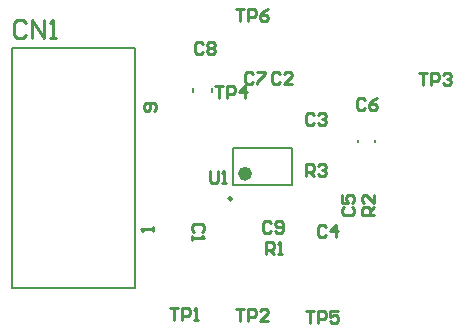
<source format=gto>
G04 Layer_Color=65535*
%FSLAX25Y25*%
%MOIN*%
G70*
G01*
G75*
%ADD17C,0.01000*%
%ADD24C,0.02362*%
%ADD25C,0.00984*%
%ADD26C,0.00787*%
D17*
X185000Y188999D02*
Y185667D01*
X185667Y185000D01*
X186999D01*
X187666Y185667D01*
Y188999D01*
X188999Y185000D02*
X190332D01*
X189665D01*
Y188999D01*
X188999Y188332D01*
X193600Y243099D02*
X196266D01*
X194933D01*
Y239100D01*
X197599D02*
Y243099D01*
X199598D01*
X200265Y242432D01*
Y241099D01*
X199598Y240433D01*
X197599D01*
X204263Y243099D02*
X202930Y242432D01*
X201597Y241099D01*
Y239766D01*
X202264Y239100D01*
X203597D01*
X204263Y239766D01*
Y240433D01*
X203597Y241099D01*
X201597D01*
X217000Y142499D02*
X219666D01*
X218333D01*
Y138500D01*
X220999D02*
Y142499D01*
X222998D01*
X223664Y141832D01*
Y140499D01*
X222998Y139833D01*
X220999D01*
X227663Y142499D02*
X224997D01*
Y140499D01*
X226330Y141166D01*
X226997D01*
X227663Y140499D01*
Y139166D01*
X226997Y138500D01*
X225664D01*
X224997Y139166D01*
X186500Y217499D02*
X189166D01*
X187833D01*
Y213500D01*
X190499D02*
Y217499D01*
X192498D01*
X193165Y216832D01*
Y215499D01*
X192498Y214833D01*
X190499D01*
X196497Y213500D02*
Y217499D01*
X194497Y215499D01*
X197163D01*
X254700Y221599D02*
X257366D01*
X256033D01*
Y217600D01*
X258699D02*
Y221599D01*
X260698D01*
X261365Y220932D01*
Y219599D01*
X260698Y218933D01*
X258699D01*
X262697Y220932D02*
X263364Y221599D01*
X264697D01*
X265363Y220932D01*
Y220266D01*
X264697Y219599D01*
X264030D01*
X264697D01*
X265363Y218933D01*
Y218266D01*
X264697Y217600D01*
X263364D01*
X262697Y218266D01*
X193500Y142999D02*
X196166D01*
X194833D01*
Y139000D01*
X197499D02*
Y142999D01*
X199498D01*
X200165Y142332D01*
Y140999D01*
X199498Y140333D01*
X197499D01*
X204163Y139000D02*
X201497D01*
X204163Y141666D01*
Y142332D01*
X203497Y142999D01*
X202164D01*
X201497Y142332D01*
X171500Y143499D02*
X174166D01*
X172833D01*
Y139500D01*
X175499D02*
Y143499D01*
X177498D01*
X178165Y142832D01*
Y141499D01*
X177498Y140833D01*
X175499D01*
X179497Y139500D02*
X180830D01*
X180164D01*
Y143499D01*
X179497Y142832D01*
X217000Y187500D02*
Y191499D01*
X218999D01*
X219666Y190832D01*
Y189499D01*
X218999Y188833D01*
X217000D01*
X218333D02*
X219666Y187500D01*
X220999Y190832D02*
X221665Y191499D01*
X222998D01*
X223664Y190832D01*
Y190166D01*
X222998Y189499D01*
X222332D01*
X222998D01*
X223664Y188833D01*
Y188166D01*
X222998Y187500D01*
X221665D01*
X220999Y188166D01*
X203500Y161500D02*
Y165499D01*
X205499D01*
X206166Y164832D01*
Y163499D01*
X205499Y162833D01*
X203500D01*
X204833D02*
X206166Y161500D01*
X207499D02*
X208832D01*
X208165D01*
Y165499D01*
X207499Y164832D01*
X205166Y171832D02*
X204499Y172499D01*
X203167D01*
X202500Y171832D01*
Y169167D01*
X203167Y168500D01*
X204499D01*
X205166Y169167D01*
X206499D02*
X207165Y168500D01*
X208498D01*
X209165Y169167D01*
Y171832D01*
X208498Y172499D01*
X207165D01*
X206499Y171832D01*
Y171166D01*
X207165Y170499D01*
X209165D01*
X182666Y231332D02*
X181999Y231999D01*
X180666D01*
X180000Y231332D01*
Y228666D01*
X180666Y228000D01*
X181999D01*
X182666Y228666D01*
X183999Y231332D02*
X184665Y231999D01*
X185998D01*
X186664Y231332D01*
Y230666D01*
X185998Y229999D01*
X186664Y229333D01*
Y228666D01*
X185998Y228000D01*
X184665D01*
X183999Y228666D01*
Y229333D01*
X184665Y229999D01*
X183999Y230666D01*
Y231332D01*
X184665Y229999D02*
X185998D01*
X199166Y221332D02*
X198499Y221999D01*
X197167D01*
X196500Y221332D01*
Y218666D01*
X197167Y218000D01*
X198499D01*
X199166Y218666D01*
X200499Y221999D02*
X203165D01*
Y221332D01*
X200499Y218666D01*
Y218000D01*
X236666Y212832D02*
X235999Y213499D01*
X234666D01*
X234000Y212832D01*
Y210166D01*
X234666Y209500D01*
X235999D01*
X236666Y210166D01*
X240665Y213499D02*
X239332Y212832D01*
X237999Y211499D01*
Y210166D01*
X238665Y209500D01*
X239998D01*
X240665Y210166D01*
Y210833D01*
X239998Y211499D01*
X237999D01*
X229668Y177166D02*
X229001Y176499D01*
Y175166D01*
X229668Y174500D01*
X232334D01*
X233000Y175166D01*
Y176499D01*
X232334Y177166D01*
X229001Y181165D02*
Y178499D01*
X231001D01*
X230334Y179832D01*
Y180498D01*
X231001Y181165D01*
X232334D01*
X233000Y180498D01*
Y179165D01*
X232334Y178499D01*
X223666Y170332D02*
X222999Y170999D01*
X221666D01*
X221000Y170332D01*
Y167666D01*
X221666Y167000D01*
X222999D01*
X223666Y167666D01*
X226998Y167000D02*
Y170999D01*
X224999Y168999D01*
X227664D01*
X219666Y207832D02*
X218999Y208499D01*
X217666D01*
X217000Y207832D01*
Y205166D01*
X217666Y204500D01*
X218999D01*
X219666Y205166D01*
X220999Y207832D02*
X221665Y208499D01*
X222998D01*
X223664Y207832D01*
Y207166D01*
X222998Y206499D01*
X222332D01*
X222998D01*
X223664Y205833D01*
Y205166D01*
X222998Y204500D01*
X221665D01*
X220999Y205166D01*
X208166Y221332D02*
X207499Y221999D01*
X206166D01*
X205500Y221332D01*
Y218666D01*
X206166Y218000D01*
X207499D01*
X208166Y218666D01*
X212164Y218000D02*
X209499D01*
X212164Y220666D01*
Y221332D01*
X211498Y221999D01*
X210165D01*
X209499Y221332D01*
X182332Y168834D02*
X182999Y169501D01*
Y170834D01*
X182332Y171500D01*
X179666D01*
X179000Y170834D01*
Y169501D01*
X179666Y168834D01*
X179000Y167501D02*
Y166168D01*
Y166835D01*
X182999D01*
X182332Y167501D01*
X239500Y174500D02*
X235501D01*
Y176499D01*
X236168Y177166D01*
X237501D01*
X238167Y176499D01*
Y174500D01*
Y175833D02*
X239500Y177166D01*
Y181165D02*
Y178499D01*
X236834Y181165D01*
X236168D01*
X235501Y180498D01*
Y179165D01*
X236168Y178499D01*
X123649Y238348D02*
X122649Y239348D01*
X120650D01*
X119650Y238348D01*
Y234350D01*
X120650Y233350D01*
X122649D01*
X123649Y234350D01*
X125648Y233350D02*
Y239348D01*
X129647Y233350D01*
Y239348D01*
X131646Y233350D02*
X133645D01*
X132646D01*
Y239348D01*
X131646Y238348D01*
X166333Y209000D02*
X167000Y209666D01*
Y210999D01*
X166333Y211666D01*
X163668D01*
X163001Y210999D01*
Y209666D01*
X163668Y209000D01*
X164334D01*
X165001Y209666D01*
Y211666D01*
X166000Y169000D02*
Y170333D01*
Y169667D01*
X162001D01*
X162668Y169000D01*
D24*
X197776Y188138D02*
G03*
X197776Y188138I-1181J0D01*
G01*
D25*
X192146Y179772D02*
G03*
X192146Y179772I-492J0D01*
G01*
D26*
X212343Y184201D02*
Y196799D01*
X192657Y184201D02*
Y196799D01*
X212343D01*
X192657Y184201D02*
X212343D01*
X185748Y215409D02*
Y216590D01*
X179252Y215409D02*
Y216590D01*
X239854Y198606D02*
Y199394D01*
X234146Y198606D02*
Y199394D01*
X119000Y230000D02*
X160000D01*
X119000Y150000D02*
X160000D01*
Y230000D01*
X119000Y150000D02*
Y230000D01*
M02*

</source>
